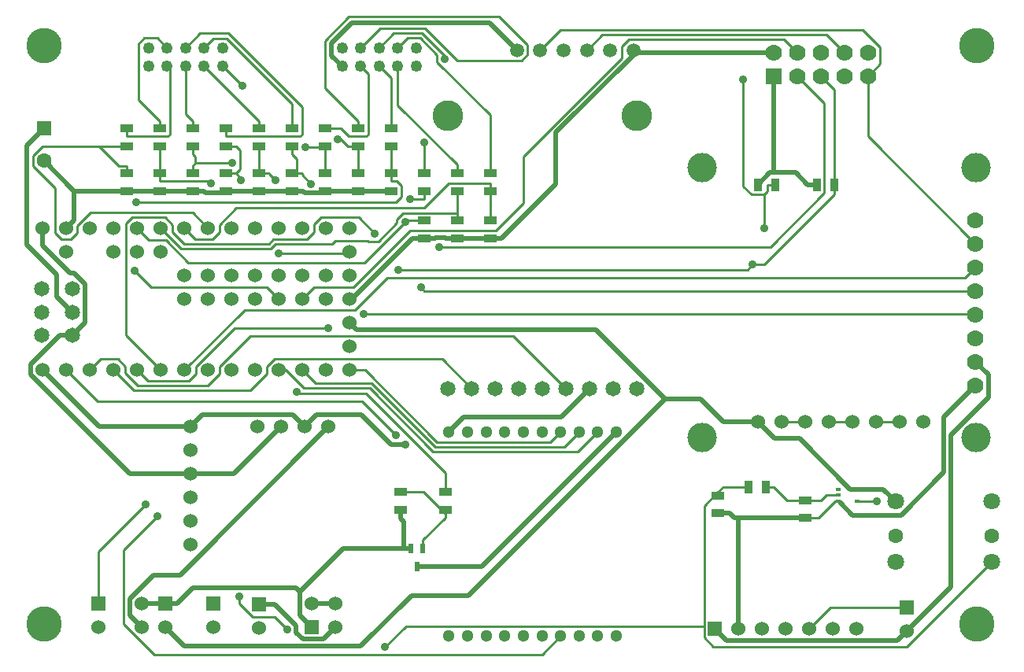
<source format=gtl>
G04 (created by PCBNEW (2013-jul-07)-stable) date Sun 08 May 2016 08:08:29 PM PDT*
%MOIN*%
G04 Gerber Fmt 3.4, Leading zero omitted, Abs format*
%FSLAX34Y34*%
G01*
G70*
G90*
G04 APERTURE LIST*
%ADD10C,0.00590551*%
%ADD11C,0.06*%
%ADD12R,0.06X0.06*%
%ADD13C,0.0629921*%
%ADD14C,0.0708661*%
%ADD15C,0.065*%
%ADD16C,0.13*%
%ADD17C,0.07*%
%ADD18C,0.125*%
%ADD19R,0.063X0.063*%
%ADD20C,0.063*%
%ADD21R,0.07X0.07*%
%ADD22C,0.0492126*%
%ADD23C,0.15*%
%ADD24R,0.02X0.012*%
%ADD25C,0.0590551*%
%ADD26C,0.0511811*%
%ADD27R,0.055X0.035*%
%ADD28R,0.035X0.055*%
%ADD29R,0.0236X0.0394*%
%ADD30C,0.035*%
%ADD31C,0.02*%
%ADD32C,0.01*%
%ADD33C,0.0119921*%
G04 APERTURE END LIST*
G54D10*
G54D11*
X20550Y-27650D03*
X21550Y-27650D03*
X22550Y-27650D03*
X23550Y-27650D03*
G54D12*
X16650Y-35150D03*
G54D11*
X16650Y-36150D03*
X15650Y-35150D03*
X15650Y-36150D03*
G54D12*
X18670Y-35150D03*
G54D11*
X18670Y-36150D03*
G54D12*
X20618Y-35179D03*
G54D11*
X20618Y-36179D03*
X17700Y-27650D03*
X17700Y-28650D03*
X17700Y-29650D03*
X17700Y-30650D03*
X17700Y-31650D03*
X17700Y-32650D03*
G54D13*
X47578Y-32283D03*
X51633Y-32283D03*
G54D14*
X47578Y-30826D03*
X47582Y-33385D03*
X51633Y-30826D03*
X51633Y-33385D03*
G54D15*
X12700Y-23780D03*
X12700Y-22800D03*
X12700Y-21820D03*
X11400Y-21820D03*
X11400Y-22800D03*
X11400Y-23780D03*
X28618Y-26043D03*
X29618Y-26043D03*
X30618Y-26043D03*
X31618Y-26043D03*
X32618Y-26043D03*
X33618Y-26043D03*
X34618Y-26043D03*
X35618Y-26043D03*
G54D16*
X28618Y-14483D03*
X36618Y-14483D03*
G54D15*
X36618Y-26043D03*
G54D17*
X50950Y-18900D03*
X50950Y-19900D03*
X50950Y-20900D03*
X50950Y-21900D03*
X50950Y-22900D03*
X50950Y-23900D03*
X50950Y-24900D03*
X50950Y-25900D03*
G54D18*
X50980Y-16690D03*
X50980Y-28110D03*
X39360Y-16690D03*
X39360Y-28110D03*
G54D19*
X11500Y-15011D03*
G54D20*
X11500Y-16389D03*
G54D12*
X13800Y-35150D03*
G54D11*
X13800Y-36150D03*
G54D21*
X42400Y-12800D03*
G54D17*
X42400Y-11800D03*
X43400Y-12800D03*
X43400Y-11800D03*
X44400Y-12800D03*
X44400Y-11800D03*
X45400Y-12800D03*
X45400Y-11800D03*
X46400Y-12800D03*
X46400Y-11800D03*
G54D11*
X11450Y-25250D03*
X12450Y-25250D03*
X13450Y-25250D03*
X14450Y-25250D03*
X15450Y-25250D03*
X16450Y-25250D03*
X17450Y-25250D03*
X18450Y-25250D03*
X19450Y-25250D03*
X20450Y-25250D03*
X21450Y-25250D03*
X22450Y-25250D03*
X23450Y-25250D03*
X24450Y-25250D03*
X24450Y-24250D03*
X24450Y-23250D03*
X24450Y-22250D03*
X24450Y-21250D03*
X24450Y-20250D03*
X24450Y-19250D03*
X23450Y-19250D03*
X22450Y-19250D03*
X21450Y-19250D03*
X20450Y-19250D03*
X19450Y-19250D03*
X18450Y-19250D03*
X17450Y-19250D03*
X16450Y-19250D03*
X15450Y-19250D03*
X14450Y-19250D03*
X13450Y-19250D03*
X12450Y-19250D03*
X11450Y-19250D03*
X17450Y-22250D03*
X18450Y-22250D03*
X19450Y-22250D03*
X20450Y-22250D03*
X21450Y-22250D03*
X22450Y-22250D03*
X23450Y-22250D03*
X23450Y-21250D03*
X22450Y-21250D03*
X21450Y-21250D03*
X20450Y-21250D03*
X19450Y-21250D03*
X18450Y-21250D03*
X17450Y-21250D03*
X16450Y-20250D03*
X15450Y-20250D03*
X14450Y-20250D03*
X12450Y-20250D03*
G54D22*
X24125Y-12393D03*
X24125Y-11606D03*
X24912Y-12393D03*
X24912Y-11606D03*
X25700Y-12393D03*
X25700Y-11606D03*
X26487Y-12393D03*
X26487Y-11606D03*
X27274Y-12393D03*
X27274Y-11606D03*
X15925Y-12393D03*
X15925Y-11606D03*
X16712Y-12393D03*
X16712Y-11606D03*
X17500Y-12393D03*
X17500Y-11606D03*
X18287Y-12393D03*
X18287Y-11606D03*
X19074Y-12393D03*
X19074Y-11606D03*
G54D23*
X11500Y-11500D03*
X11500Y-36000D03*
X51000Y-11500D03*
X51000Y-36000D03*
G54D24*
X45150Y-30300D03*
X45150Y-30800D03*
X45950Y-30300D03*
X45150Y-30550D03*
X45950Y-30800D03*
G54D25*
X36460Y-11700D03*
X31539Y-11700D03*
X32523Y-11700D03*
X33507Y-11700D03*
X34492Y-11700D03*
X35476Y-11700D03*
G54D12*
X22850Y-36150D03*
G54D11*
X22850Y-35150D03*
X23850Y-36150D03*
X23850Y-35150D03*
G54D26*
X35743Y-27869D03*
X34955Y-27869D03*
X34168Y-27869D03*
X33381Y-27869D03*
X32593Y-27869D03*
X31806Y-27869D03*
X31018Y-27869D03*
X30231Y-27869D03*
X29444Y-27869D03*
X28656Y-27869D03*
X28656Y-36530D03*
X29444Y-36530D03*
X30231Y-36530D03*
X31018Y-36530D03*
X31806Y-36530D03*
X32593Y-36530D03*
X33381Y-36530D03*
X34168Y-36530D03*
X34955Y-36530D03*
X35743Y-36530D03*
G54D11*
X48750Y-27450D03*
X47750Y-27450D03*
X41750Y-27450D03*
X42750Y-27450D03*
X43750Y-27450D03*
X44750Y-27450D03*
X45750Y-27450D03*
X46750Y-27450D03*
G54D12*
X48031Y-35326D03*
G54D11*
X48031Y-36326D03*
G54D12*
X39913Y-36220D03*
G54D11*
X40913Y-36220D03*
X41913Y-36220D03*
X42913Y-36220D03*
X43913Y-36220D03*
X44913Y-36220D03*
X45913Y-36220D03*
G54D27*
X40050Y-30575D03*
X40050Y-31325D03*
X43750Y-30775D03*
X43750Y-31525D03*
G54D28*
X42075Y-30200D03*
X41325Y-30200D03*
G54D27*
X26600Y-31175D03*
X26600Y-30425D03*
X28500Y-30425D03*
X28500Y-31175D03*
G54D29*
X27044Y-32826D03*
X27556Y-32826D03*
X27300Y-33574D03*
G54D27*
X30400Y-18925D03*
X30400Y-19675D03*
G54D28*
X41725Y-17400D03*
X42475Y-17400D03*
X44225Y-17400D03*
X44975Y-17400D03*
G54D27*
X23400Y-16925D03*
X23400Y-17675D03*
X23400Y-15025D03*
X23400Y-15775D03*
X24800Y-16925D03*
X24800Y-17675D03*
X24800Y-15025D03*
X24800Y-15775D03*
X26200Y-16925D03*
X26200Y-17675D03*
X26200Y-15025D03*
X26200Y-15775D03*
X27600Y-18925D03*
X27600Y-19675D03*
X27600Y-16925D03*
X27600Y-17675D03*
X29000Y-18925D03*
X29000Y-19675D03*
X29000Y-16925D03*
X29000Y-17675D03*
X22000Y-15025D03*
X22000Y-15775D03*
X30400Y-16925D03*
X30400Y-17675D03*
X15000Y-16925D03*
X15000Y-17675D03*
X15000Y-15025D03*
X15000Y-15775D03*
X16400Y-16925D03*
X16400Y-17675D03*
X16400Y-15025D03*
X16400Y-15775D03*
X17800Y-16925D03*
X17800Y-17675D03*
X17800Y-15025D03*
X17800Y-15775D03*
X19200Y-16925D03*
X19200Y-17675D03*
X19200Y-15025D03*
X19200Y-15775D03*
X20600Y-16925D03*
X20600Y-17675D03*
X20600Y-15025D03*
X20600Y-15775D03*
X22000Y-16925D03*
X22000Y-17675D03*
G54D30*
X21441Y-20327D03*
X15808Y-30955D03*
X21300Y-17214D03*
X19482Y-16468D03*
X15415Y-18136D03*
X22565Y-15799D03*
X26391Y-28004D03*
X25956Y-36990D03*
X15335Y-21034D03*
X23526Y-23473D03*
X25043Y-22878D03*
X25505Y-19476D03*
X27458Y-21760D03*
X26505Y-21006D03*
X41503Y-20794D03*
X41122Y-12960D03*
X42005Y-19247D03*
X19903Y-13222D03*
X28249Y-20038D03*
X22807Y-17375D03*
X19855Y-17214D03*
X18582Y-17362D03*
X27595Y-15609D03*
X28481Y-12074D03*
X27008Y-18000D03*
X26822Y-18969D03*
X23940Y-15473D03*
X22221Y-26180D03*
X16316Y-31448D03*
X26821Y-28408D03*
X46773Y-30800D03*
X21810Y-36250D03*
X19775Y-34855D03*
G54D31*
X15650Y-35150D02*
X16650Y-35150D01*
X27044Y-32825D02*
X26725Y-32825D01*
X26600Y-31175D02*
X26600Y-31550D01*
X26725Y-31676D02*
X26600Y-31550D01*
X26725Y-32825D02*
X26725Y-31676D01*
X16650Y-35150D02*
X17150Y-35150D01*
X24170Y-32825D02*
X22347Y-34648D01*
X26725Y-32825D02*
X24170Y-32825D01*
X22347Y-35647D02*
X22850Y-36150D01*
X22347Y-34648D02*
X22347Y-35647D01*
X17819Y-34480D02*
X17150Y-35150D01*
X22179Y-34480D02*
X17819Y-34480D01*
X22347Y-34648D02*
X22179Y-34480D01*
X17266Y-33933D02*
X23550Y-27650D01*
X16155Y-33933D02*
X17266Y-33933D01*
X15135Y-34953D02*
X16155Y-33933D01*
X15135Y-35635D02*
X15135Y-34953D01*
X15650Y-36150D02*
X15135Y-35635D01*
X45950Y-30300D02*
X45649Y-30300D01*
X43498Y-28148D02*
X45649Y-30300D01*
X42448Y-28148D02*
X43498Y-28148D01*
X41750Y-27450D02*
X42448Y-28148D01*
X47051Y-30300D02*
X45950Y-30300D01*
X47578Y-30826D02*
X47051Y-30300D01*
X24739Y-23539D02*
X24450Y-23250D01*
X34874Y-23539D02*
X24739Y-23539D01*
X37809Y-26474D02*
X34874Y-23539D01*
X39309Y-26474D02*
X37809Y-26474D01*
X40285Y-27450D02*
X39309Y-26474D01*
X41750Y-27450D02*
X40285Y-27450D01*
X29470Y-34814D02*
X37809Y-26474D01*
X27059Y-34814D02*
X29470Y-34814D01*
X24919Y-36954D02*
X27059Y-34814D01*
X17454Y-36954D02*
X24919Y-36954D01*
X16650Y-36150D02*
X17454Y-36954D01*
X47637Y-36720D02*
X48031Y-36326D01*
X40413Y-36720D02*
X47637Y-36720D01*
X39913Y-36220D02*
X40413Y-36720D01*
X51508Y-25458D02*
X50950Y-24900D01*
X51508Y-26414D02*
X51508Y-25458D01*
X49924Y-27998D02*
X51508Y-26414D01*
X49924Y-34433D02*
X49924Y-27998D01*
X48031Y-36326D02*
X49924Y-34433D01*
X19550Y-29650D02*
X17700Y-29650D01*
X21550Y-27650D02*
X19550Y-29650D01*
X12187Y-23780D02*
X12700Y-23780D01*
X10945Y-25021D02*
X12187Y-23780D01*
X10945Y-25462D02*
X10945Y-25021D01*
X15133Y-29650D02*
X10945Y-25462D01*
X17700Y-29650D02*
X15133Y-29650D01*
X11450Y-19976D02*
X11450Y-19250D01*
X12616Y-21142D02*
X11450Y-19976D01*
X12770Y-21142D02*
X12616Y-21142D01*
X13244Y-21616D02*
X12770Y-21142D01*
X13244Y-23235D02*
X13244Y-21616D01*
X12700Y-23780D02*
X13244Y-23235D01*
X20618Y-35179D02*
X21119Y-35179D01*
X21270Y-35179D02*
X21119Y-35179D01*
X22185Y-36095D02*
X21270Y-35179D01*
X22185Y-36371D02*
X22185Y-36095D01*
X22464Y-36650D02*
X22185Y-36371D01*
X23349Y-36650D02*
X22464Y-36650D01*
X23850Y-36150D02*
X23349Y-36650D01*
X23676Y-11944D02*
X24125Y-12393D01*
X23676Y-11416D02*
X23676Y-11944D01*
X24550Y-10541D02*
X23676Y-11416D01*
X30381Y-10541D02*
X24550Y-10541D01*
X31539Y-11700D02*
X30381Y-10541D01*
G54D32*
X13800Y-32964D02*
X13800Y-35150D01*
X15808Y-30955D02*
X13800Y-32964D01*
X24372Y-20327D02*
X21441Y-20327D01*
X24450Y-20250D02*
X24372Y-20327D01*
X20600Y-15025D02*
X20600Y-14699D01*
X20593Y-14699D02*
X20600Y-14699D01*
X18287Y-12393D02*
X20593Y-14699D01*
X20600Y-15775D02*
X20600Y-16925D01*
X21025Y-16940D02*
X21300Y-17214D01*
X21025Y-16925D02*
X21025Y-16940D01*
X20600Y-16925D02*
X21025Y-16925D01*
X17500Y-14399D02*
X17500Y-12393D01*
X17800Y-14699D02*
X17500Y-14399D01*
X17800Y-15025D02*
X17800Y-14699D01*
X17800Y-16925D02*
X17800Y-16599D01*
X17800Y-15775D02*
X17800Y-16100D01*
X17924Y-16474D02*
X17924Y-16468D01*
X17800Y-16599D02*
X17924Y-16474D01*
X17924Y-16225D02*
X17800Y-16100D01*
X17924Y-16468D02*
X17924Y-16225D01*
X17924Y-16468D02*
X19482Y-16468D01*
X16825Y-12506D02*
X16712Y-12393D01*
X16825Y-15268D02*
X16825Y-12506D01*
X16743Y-15350D02*
X16825Y-15268D01*
X15000Y-15350D02*
X16743Y-15350D01*
X15000Y-15025D02*
X15000Y-15350D01*
X11427Y-15775D02*
X13850Y-15775D01*
X11034Y-16168D02*
X11427Y-15775D01*
X11034Y-16611D02*
X11034Y-16168D01*
X11987Y-17564D02*
X11034Y-16611D01*
X11987Y-19438D02*
X11987Y-17564D01*
X12248Y-19700D02*
X11987Y-19438D01*
X12647Y-19700D02*
X12248Y-19700D01*
X12900Y-19447D02*
X12647Y-19700D01*
X12900Y-19153D02*
X12900Y-19447D01*
X13459Y-18594D02*
X12900Y-19153D01*
X17794Y-18594D02*
X13459Y-18594D01*
X18450Y-19250D02*
X17794Y-18594D01*
X13850Y-15775D02*
X15000Y-15775D01*
X14674Y-16599D02*
X15000Y-16599D01*
X13850Y-15775D02*
X14674Y-16599D01*
X15000Y-16925D02*
X15000Y-16599D01*
X29000Y-16925D02*
X29000Y-16599D01*
X26487Y-14041D02*
X26487Y-12393D01*
X29000Y-16553D02*
X26487Y-14041D01*
X29000Y-16599D02*
X29000Y-16553D01*
X29000Y-18925D02*
X29000Y-18599D01*
X29000Y-17675D02*
X29000Y-18599D01*
X17311Y-20111D02*
X16450Y-19250D01*
X21110Y-20111D02*
X17311Y-20111D01*
X21306Y-19914D02*
X21110Y-20111D01*
X23710Y-19914D02*
X21306Y-19914D01*
X23835Y-19790D02*
X23710Y-19914D01*
X25223Y-19790D02*
X23835Y-19790D01*
X25234Y-19801D02*
X25223Y-19790D01*
X25660Y-19801D02*
X25234Y-19801D01*
X26449Y-19012D02*
X25660Y-19801D01*
X26449Y-18871D02*
X26449Y-19012D01*
X26720Y-18599D02*
X26449Y-18871D01*
X29000Y-18599D02*
X26720Y-18599D01*
X26200Y-12893D02*
X25700Y-12393D01*
X26200Y-15025D02*
X26200Y-12893D01*
X26200Y-15775D02*
X26200Y-16925D01*
X26200Y-16925D02*
X26200Y-17250D01*
X26412Y-18136D02*
X15415Y-18136D01*
X26641Y-17907D02*
X26412Y-18136D01*
X26641Y-17447D02*
X26641Y-17907D01*
X26443Y-17250D02*
X26641Y-17447D01*
X26200Y-17250D02*
X26443Y-17250D01*
X25225Y-12706D02*
X24912Y-12393D01*
X25225Y-15268D02*
X25225Y-12706D01*
X25143Y-15350D02*
X25225Y-15268D01*
X24391Y-15350D02*
X25143Y-15350D01*
X24066Y-15025D02*
X24391Y-15350D01*
X23400Y-15025D02*
X24066Y-15025D01*
X23400Y-16925D02*
X23400Y-16599D01*
X23400Y-15799D02*
X22565Y-15799D01*
X23400Y-15775D02*
X23400Y-15799D01*
X23400Y-15799D02*
X23400Y-16599D01*
X28369Y-24795D02*
X29618Y-26043D01*
X21265Y-24795D02*
X28369Y-24795D01*
X20950Y-25110D02*
X21265Y-24795D01*
X20950Y-25405D02*
X20950Y-25110D01*
X20249Y-26106D02*
X20950Y-25405D01*
X15306Y-26106D02*
X20249Y-26106D01*
X14450Y-25250D02*
X15306Y-26106D01*
X31374Y-23799D02*
X33618Y-26043D01*
X20249Y-23799D02*
X31374Y-23799D01*
X18950Y-25098D02*
X20249Y-23799D01*
X18950Y-25398D02*
X18950Y-25098D01*
X18442Y-25905D02*
X18950Y-25398D01*
X15465Y-25905D02*
X18442Y-25905D01*
X14950Y-25390D02*
X15465Y-25905D01*
X14950Y-25105D02*
X14950Y-25390D01*
X14633Y-24789D02*
X14950Y-25105D01*
X13910Y-24789D02*
X14633Y-24789D01*
X13450Y-25250D02*
X13910Y-24789D01*
X24970Y-26583D02*
X26391Y-28004D01*
X13783Y-26583D02*
X24970Y-26583D01*
X12450Y-25250D02*
X13783Y-26583D01*
X43750Y-27450D02*
X42750Y-27450D01*
X45750Y-27450D02*
X44750Y-27450D01*
X40050Y-30575D02*
X40050Y-30412D01*
X39463Y-30999D02*
X39463Y-36114D01*
X40050Y-30412D02*
X39463Y-30999D01*
X48036Y-36983D02*
X51633Y-33385D01*
X39854Y-36983D02*
X48036Y-36983D01*
X39463Y-36591D02*
X39854Y-36983D01*
X39463Y-36114D02*
X39463Y-36591D01*
X40262Y-30200D02*
X40050Y-30412D01*
X41325Y-30200D02*
X40262Y-30200D01*
X26831Y-36114D02*
X25956Y-36990D01*
X39463Y-36114D02*
X26831Y-36114D01*
X20950Y-21750D02*
X21450Y-22250D01*
X16050Y-21750D02*
X20950Y-21750D01*
X15335Y-21034D02*
X16050Y-21750D01*
X46750Y-27450D02*
X47750Y-27450D01*
X50928Y-22878D02*
X50950Y-22900D01*
X25043Y-22878D02*
X50928Y-22878D01*
X15904Y-25704D02*
X15450Y-25250D01*
X17644Y-25704D02*
X15904Y-25704D01*
X17950Y-25398D02*
X17644Y-25704D01*
X17950Y-25099D02*
X17950Y-25398D01*
X19575Y-23473D02*
X17950Y-25099D01*
X23526Y-23473D02*
X19575Y-23473D01*
X50513Y-21336D02*
X50950Y-20900D01*
X26034Y-21336D02*
X50513Y-21336D01*
X24670Y-22700D02*
X26034Y-21336D01*
X19999Y-22700D02*
X24670Y-22700D01*
X17450Y-25250D02*
X19999Y-22700D01*
X24825Y-18797D02*
X25505Y-19476D01*
X23248Y-18797D02*
X24825Y-18797D01*
X22950Y-19095D02*
X23248Y-18797D01*
X22950Y-19411D02*
X22950Y-19095D01*
X22646Y-19714D02*
X22950Y-19411D01*
X21223Y-19714D02*
X22646Y-19714D01*
X21031Y-19907D02*
X21223Y-19714D01*
X17435Y-19907D02*
X21031Y-19907D01*
X16950Y-19421D02*
X17435Y-19907D01*
X16950Y-19100D02*
X16950Y-19421D01*
X16643Y-18794D02*
X16950Y-19100D01*
X15243Y-18794D02*
X16643Y-18794D01*
X14986Y-19052D02*
X15243Y-18794D01*
X14986Y-23786D02*
X14986Y-19052D01*
X16450Y-25250D02*
X14986Y-23786D01*
X27598Y-21900D02*
X50950Y-21900D01*
X27458Y-21760D02*
X27598Y-21900D01*
X25092Y-25250D02*
X24450Y-25250D01*
X28142Y-28300D02*
X25092Y-25250D01*
X32949Y-28300D02*
X28142Y-28300D01*
X33381Y-27869D02*
X32949Y-28300D01*
X35139Y-11053D02*
X34492Y-11700D01*
X44653Y-11053D02*
X35139Y-11053D01*
X45400Y-11800D02*
X44653Y-11053D01*
X46400Y-15350D02*
X46400Y-12800D01*
X50950Y-19900D02*
X46400Y-15350D01*
X33377Y-10846D02*
X32523Y-11700D01*
X46176Y-10846D02*
X33377Y-10846D01*
X46902Y-11571D02*
X46176Y-10846D01*
X46902Y-12297D02*
X46902Y-11571D01*
X46400Y-12800D02*
X46902Y-12297D01*
X44975Y-13375D02*
X44975Y-17400D01*
X44400Y-12800D02*
X44975Y-13375D01*
X44975Y-17400D02*
X44975Y-17825D01*
X42005Y-20794D02*
X44975Y-17825D01*
X41503Y-20794D02*
X42005Y-20794D01*
X41291Y-21006D02*
X26505Y-21006D01*
X41503Y-20794D02*
X41291Y-21006D01*
X42475Y-17400D02*
X42149Y-17400D01*
X42005Y-17825D02*
X42005Y-19247D01*
X41481Y-17825D02*
X42005Y-17825D01*
X41122Y-17466D02*
X41481Y-17825D01*
X41122Y-12960D02*
X41122Y-17466D01*
X42149Y-17680D02*
X42149Y-17400D01*
X42005Y-17825D02*
X42149Y-17680D01*
X19074Y-12393D02*
X19903Y-13222D01*
X42853Y-11253D02*
X43400Y-11800D01*
X36270Y-11253D02*
X42853Y-11253D01*
X35968Y-11554D02*
X36270Y-11253D01*
X35968Y-12038D02*
X35968Y-11554D01*
X31804Y-16202D02*
X35968Y-12038D01*
X31804Y-18184D02*
X31804Y-16202D01*
X30639Y-19349D02*
X31804Y-18184D01*
X27003Y-19349D02*
X30639Y-19349D01*
X24603Y-21750D02*
X27003Y-19349D01*
X22950Y-21750D02*
X24603Y-21750D01*
X22450Y-22250D02*
X22950Y-21750D01*
X44550Y-13950D02*
X43400Y-12800D01*
X44550Y-17757D02*
X44550Y-13950D01*
X42269Y-20038D02*
X44550Y-17757D01*
X28249Y-20038D02*
X42269Y-20038D01*
G54D31*
X44225Y-17400D02*
X43849Y-17400D01*
X42400Y-12800D02*
X42400Y-13350D01*
X42400Y-16894D02*
X42400Y-13350D01*
X43344Y-16894D02*
X42400Y-16894D01*
X43849Y-17400D02*
X43344Y-16894D01*
X42230Y-16894D02*
X41725Y-17400D01*
X42400Y-16894D02*
X42230Y-16894D01*
X23850Y-35150D02*
X22850Y-35150D01*
G54D32*
X22000Y-15025D02*
X22000Y-14699D01*
X22000Y-13969D02*
X22000Y-14699D01*
X19238Y-11208D02*
X22000Y-13969D01*
X18685Y-11208D02*
X19238Y-11208D01*
X18287Y-11606D02*
X18685Y-11208D01*
X22425Y-16993D02*
X22807Y-17375D01*
X22425Y-16925D02*
X22425Y-16993D01*
X22000Y-16925D02*
X22212Y-16925D01*
X22212Y-16925D02*
X22425Y-16925D01*
X22212Y-16312D02*
X22000Y-16100D01*
X22212Y-16925D02*
X22212Y-16312D01*
X22000Y-15775D02*
X22000Y-16100D01*
X18117Y-10988D02*
X17500Y-11606D01*
X19307Y-10988D02*
X18117Y-10988D01*
X22425Y-14106D02*
X19307Y-10988D01*
X22425Y-15281D02*
X22425Y-14106D01*
X22356Y-15350D02*
X22425Y-15281D01*
X19200Y-15350D02*
X22356Y-15350D01*
X19200Y-15025D02*
X19200Y-15350D01*
X19200Y-15775D02*
X19625Y-15775D01*
X19200Y-16925D02*
X19625Y-16925D01*
X19812Y-16738D02*
X19625Y-16925D01*
X19812Y-15961D02*
X19812Y-16738D01*
X19625Y-15775D02*
X19812Y-15961D01*
X19855Y-17155D02*
X19855Y-17214D01*
X19625Y-16925D02*
X19855Y-17155D01*
X16293Y-11187D02*
X16712Y-11606D01*
X15756Y-11187D02*
X16293Y-11187D01*
X15509Y-11434D02*
X15756Y-11187D01*
X15509Y-13809D02*
X15509Y-11434D01*
X16400Y-14699D02*
X15509Y-13809D01*
X16400Y-15025D02*
X16400Y-14699D01*
X16400Y-15775D02*
X16400Y-16925D01*
X16400Y-16925D02*
X16400Y-17250D01*
X18469Y-17250D02*
X18582Y-17362D01*
X16400Y-17250D02*
X18469Y-17250D01*
X30400Y-14453D02*
X30400Y-16925D01*
X28155Y-12209D02*
X30400Y-14453D01*
X28155Y-11922D02*
X28155Y-12209D01*
X27429Y-11196D02*
X28155Y-11922D01*
X26897Y-11196D02*
X27429Y-11196D01*
X26487Y-11606D02*
X26897Y-11196D01*
X30400Y-17675D02*
X30400Y-18925D01*
X28643Y-17349D02*
X30400Y-17349D01*
X27597Y-18396D02*
X28643Y-17349D01*
X19653Y-18396D02*
X27597Y-18396D01*
X18950Y-19099D02*
X19653Y-18396D01*
X18950Y-19399D02*
X18950Y-19099D01*
X18642Y-19706D02*
X18950Y-19399D01*
X17906Y-19706D02*
X18642Y-19706D01*
X17450Y-19250D02*
X17906Y-19706D01*
X30400Y-17675D02*
X30400Y-17349D01*
X27595Y-16595D02*
X27595Y-15609D01*
X27600Y-16599D02*
X27595Y-16595D01*
X26314Y-10991D02*
X25700Y-11606D01*
X27516Y-10991D02*
X26314Y-10991D01*
X28481Y-11956D02*
X27516Y-10991D01*
X28481Y-12074D02*
X28481Y-11956D01*
X27600Y-16925D02*
X27600Y-16599D01*
X26866Y-18925D02*
X26822Y-18969D01*
X27600Y-18925D02*
X26866Y-18925D01*
X15950Y-19750D02*
X15450Y-19250D01*
X16666Y-19750D02*
X15950Y-19750D01*
X17618Y-20701D02*
X16666Y-19750D01*
X25090Y-20701D02*
X17618Y-20701D01*
X26822Y-18969D02*
X25090Y-20701D01*
X27600Y-17675D02*
X27600Y-18000D01*
X27600Y-18000D02*
X27008Y-18000D01*
X24800Y-15025D02*
X24800Y-14699D01*
X25727Y-10791D02*
X24912Y-11606D01*
X27657Y-10791D02*
X25727Y-10791D01*
X29014Y-12148D02*
X27657Y-10791D01*
X31728Y-12148D02*
X29014Y-12148D01*
X31989Y-11888D02*
X31728Y-12148D01*
X31989Y-11497D02*
X31989Y-11888D01*
X30783Y-10291D02*
X31989Y-11497D01*
X24416Y-10291D02*
X30783Y-10291D01*
X23409Y-11299D02*
X24416Y-10291D01*
X23409Y-13309D02*
X23409Y-11299D01*
X24800Y-14699D02*
X23409Y-13309D01*
X24800Y-16925D02*
X24800Y-15775D01*
X24800Y-15775D02*
X24374Y-15775D01*
X24073Y-15473D02*
X23940Y-15473D01*
X24374Y-15775D02*
X24073Y-15473D01*
X33527Y-28509D02*
X34168Y-27869D01*
X28068Y-28509D02*
X33527Y-28509D01*
X25374Y-25815D02*
X28068Y-28509D01*
X23015Y-25815D02*
X25374Y-25815D01*
X22450Y-25250D02*
X23015Y-25815D01*
X21750Y-25250D02*
X21450Y-25250D01*
X22515Y-26015D02*
X21750Y-25250D01*
X25291Y-26015D02*
X22515Y-26015D01*
X27985Y-28710D02*
X25291Y-26015D01*
X34115Y-28710D02*
X27985Y-28710D01*
X34955Y-27869D02*
X34115Y-28710D01*
X22297Y-26257D02*
X22221Y-26180D01*
X25133Y-26257D02*
X22297Y-26257D01*
X28500Y-29623D02*
X25133Y-26257D01*
X28500Y-30425D02*
X28500Y-29623D01*
X14885Y-32879D02*
X16316Y-31448D01*
X14885Y-36027D02*
X14885Y-32879D01*
X16176Y-37319D02*
X14885Y-36027D01*
X32592Y-37319D02*
X16176Y-37319D01*
X33381Y-36530D02*
X32592Y-37319D01*
G54D33*
X45199Y-30849D02*
X45150Y-30800D01*
G54D31*
X49606Y-27243D02*
X50950Y-25900D01*
X49606Y-29597D02*
X49606Y-27243D01*
X47803Y-31400D02*
X49606Y-29597D01*
X45750Y-31400D02*
X47803Y-31400D01*
X45199Y-30849D02*
X45750Y-31400D01*
X24800Y-17675D02*
X26200Y-17675D01*
X22000Y-17675D02*
X22475Y-17675D01*
X20600Y-17675D02*
X22000Y-17675D01*
X24549Y-22250D02*
X24450Y-22250D01*
X27124Y-19675D02*
X24549Y-22250D01*
X27600Y-19675D02*
X27124Y-19675D01*
X27600Y-19675D02*
X28075Y-19675D01*
X28086Y-19663D02*
X28075Y-19675D01*
X28513Y-19663D02*
X28086Y-19663D01*
X28524Y-19675D02*
X28513Y-19663D01*
X29000Y-19675D02*
X28524Y-19675D01*
X20600Y-17675D02*
X20124Y-17675D01*
X19200Y-17675D02*
X20124Y-17675D01*
X29276Y-27249D02*
X28656Y-27869D01*
X33411Y-27249D02*
X29276Y-27249D01*
X34618Y-26043D02*
X33411Y-27249D01*
X24800Y-17675D02*
X24324Y-17675D01*
X23324Y-17750D02*
X23400Y-17675D01*
X22550Y-17750D02*
X23324Y-17750D01*
X22475Y-17675D02*
X22550Y-17750D01*
X23400Y-17675D02*
X24324Y-17675D01*
X18203Y-27146D02*
X17700Y-27650D01*
X22046Y-27146D02*
X18203Y-27146D01*
X22550Y-27650D02*
X22046Y-27146D01*
X13850Y-27650D02*
X11450Y-25250D01*
X17700Y-27650D02*
X13850Y-27650D01*
X15000Y-17675D02*
X16400Y-17675D01*
G54D32*
X44293Y-31525D02*
X43750Y-31525D01*
X45018Y-30800D02*
X44293Y-31525D01*
X45150Y-30800D02*
X45018Y-30800D01*
G54D31*
X40050Y-31325D02*
X40525Y-31325D01*
X40913Y-36220D02*
X40913Y-31525D01*
X43750Y-31525D02*
X40913Y-31525D01*
X40725Y-31525D02*
X40525Y-31325D01*
X40913Y-31525D02*
X40725Y-31525D01*
X12785Y-18914D02*
X12785Y-17675D01*
X12450Y-19250D02*
X12785Y-18914D01*
X15000Y-17675D02*
X12785Y-17675D01*
X12785Y-17675D02*
X11500Y-16389D01*
X26193Y-28408D02*
X26821Y-28408D01*
X24928Y-27143D02*
X26193Y-28408D01*
X23056Y-27143D02*
X24928Y-27143D01*
X22550Y-27650D02*
X23056Y-27143D01*
X29000Y-19675D02*
X30400Y-19675D01*
X33175Y-15185D02*
X36560Y-11800D01*
X33175Y-17375D02*
X33175Y-15185D01*
X30875Y-19675D02*
X33175Y-17375D01*
X36460Y-11700D02*
X36560Y-11800D01*
X36560Y-11800D02*
X42400Y-11800D01*
X30400Y-19675D02*
X30875Y-19675D01*
X17800Y-17675D02*
X16400Y-17675D01*
X19137Y-17737D02*
X19200Y-17675D01*
X18337Y-17737D02*
X19137Y-17737D01*
X18275Y-17675D02*
X18337Y-17737D01*
X17800Y-17675D02*
X18275Y-17675D01*
G54D32*
X19775Y-35156D02*
X19775Y-34855D01*
X20348Y-35729D02*
X19775Y-35156D01*
X21289Y-35729D02*
X20348Y-35729D01*
X21810Y-36250D02*
X21289Y-35729D01*
X45950Y-30800D02*
X46773Y-30800D01*
X44635Y-30550D02*
X45150Y-30550D01*
X44410Y-30775D02*
X44635Y-30550D01*
X43750Y-30775D02*
X44410Y-30775D01*
X42975Y-30775D02*
X42400Y-30200D01*
X43750Y-30775D02*
X42975Y-30775D01*
X42075Y-30200D02*
X42400Y-30200D01*
G54D31*
X12050Y-22150D02*
X12700Y-22800D01*
X12050Y-21213D02*
X12050Y-22150D01*
X10774Y-19937D02*
X12050Y-21213D01*
X10774Y-15736D02*
X10774Y-19937D01*
X11500Y-15010D02*
X10774Y-15736D01*
G54D32*
X27555Y-32444D02*
X28500Y-31500D01*
X27555Y-32825D02*
X27555Y-32444D01*
X28500Y-31175D02*
X28500Y-31337D01*
X28500Y-31337D02*
X28500Y-31500D01*
X27587Y-30425D02*
X26600Y-30425D01*
X28500Y-31337D02*
X27587Y-30425D01*
X44807Y-35326D02*
X48031Y-35326D01*
X43913Y-36220D02*
X44807Y-35326D01*
G54D31*
X30038Y-33574D02*
X35743Y-27869D01*
X27300Y-33574D02*
X30038Y-33574D01*
M02*

</source>
